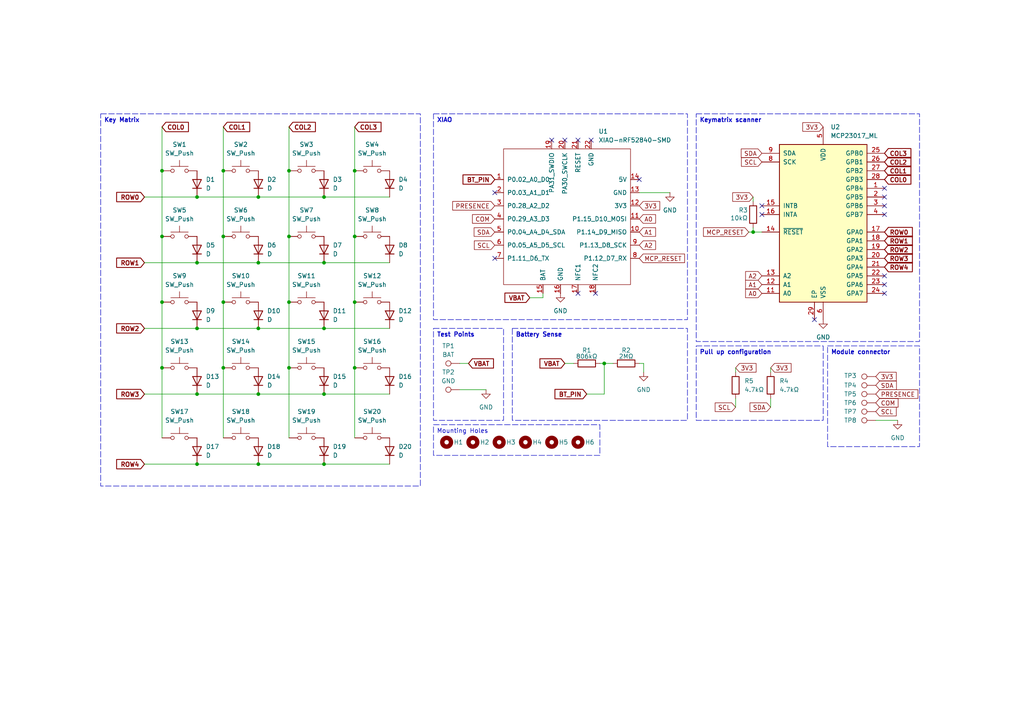
<source format=kicad_sch>
(kicad_sch (version 20250114) (generator "eeschema") (generator_version "9.0")
  (paper "A4")
  (lib_symbols
    (symbol "Connector:TestPoint" (pin_numbers (hide yes)) (pin_names (offset 0.762) (hide yes))
      (property "Reference" "TP" (at 0 6.858 0))
      (property "Value" "TestPoint" (at 0 5.08 0))
      (symbol "TestPoint_0_1"
        (circle (center 0 3.302) (radius 0.762))
      )
      (symbol "TestPoint_1_1"
        (pin passive line (at 0 0 90) (length 2.54) (name "1") (number "1"))
      )
    )
    (symbol "Device:D" (pin_numbers (hide yes)) (pin_names (offset 1.016) (hide yes))
      (property "Reference" "D" (at 0 2.54 0))
      (property "Value" "D" (at 0 -2.54 0))
      (symbol "D_0_1"
        (polyline (pts (xy -1.27 1.27) (xy -1.27 -1.27)) (stroke (width 0.254)))
        (polyline (pts (xy 1.27 1.27) (xy 1.27 -1.27) (xy -1.27 0) (xy 1.27 1.27)) (stroke (width 0.254)))
        (polyline (pts (xy 1.27 0) (xy -1.27 0)))
      )
      (symbol "D_1_1"
        (pin passive line (at -3.81 0 0) (length 2.54) (name "K") (number "1"))
        (pin passive line (at 3.81 0 180) (length 2.54) (name "A") (number "2"))
      )
    )
    (symbol "Device:R" (pin_numbers (hide yes)) (pin_names (offset 0))
      (property "Reference" "R" (at 2.032 0 90))
      (property "Value" "R" (at 0 0 90))
      (symbol "R_0_1"
        (rectangle (start -1.016 -2.54) (end 1.016 2.54) (stroke (width 0.254)))
      )
      (symbol "R_1_1"
        (pin passive line (at 0 3.81 270) (length 1.27) (name "~") (number "1"))
        (pin passive line (at 0 -3.81 90) (length 1.27) (name "~") (number "2"))
      )
    )
    (symbol "Interface_Expansion:MCP23017_ML" (pin_names (offset 1.016))
      (property "Reference" "U" (at -11.43 24.13 0))
      (property "Value" "MCP23017_ML" (at 0 0 0))
      (symbol "MCP23017_ML_0_1"
        (rectangle (start -12.7 22.86) (end 12.7 -22.86) (stroke (width 0.254)) (fill (type background)))
      )
      (symbol "MCP23017_ML_1_1"
        (pin bidirectional line (at -17.78 20.32 0) (length 5.08) (name "SDA") (number "9"))
        (pin input line (at -17.78 17.78 0) (length 5.08) (name "SCK") (number "8"))
        (pin tri_state line (at -17.78 5.08 0) (length 5.08) (name "INTB") (number "15"))
        (pin tri_state line (at -17.78 2.54 0) (length 5.08) (name "INTA") (number "16"))
        (pin input line (at -17.78 -2.54 0) (length 5.08) (name "~{RESET}") (number "14"))
        (pin input line (at -17.78 -15.24 0) (length 5.08) (name "A2") (number "13"))
        (pin input line (at -17.78 -17.78 0) (length 5.08) (name "A1") (number "12"))
        (pin input line (at -17.78 -20.32 0) (length 5.08) (name "A0") (number "11"))
        (pin no_connect line (at -12.7 15.24 0) (length 5.08) (hide yes) (name "NC") (number "7"))
        (pin no_connect line (at -12.7 12.7 0) (length 5.08) (hide yes) (name "NC") (number "10"))
        (pin passive line (at -2.54 -27.94 90) (length 5.08) (name "EP") (number "29"))
        (pin power_in line (at 0 27.94 270) (length 5.08) (name "VDD") (number "5"))
        (pin power_in line (at 0 -27.94 90) (length 5.08) (name "VSS") (number "6"))
        (pin bidirectional line (at 17.78 20.32 180) (length 5.08) (name "GPB0") (number "25"))
        (pin bidirectional line (at 17.78 17.78 180) (length 5.08) (name "GPB1") (number "26"))
        (pin bidirectional line (at 17.78 15.24 180) (length 5.08) (name "GPB2") (number "27"))
        (pin bidirectional line (at 17.78 12.7 180) (length 5.08) (name "GPB3") (number "28"))
        (pin bidirectional line (at 17.78 10.16 180) (length 5.08) (name "GPB4") (number "1"))
        (pin bidirectional line (at 17.78 7.62 180) (length 5.08) (name "GPB5") (number "2"))
        (pin bidirectional line (at 17.78 5.08 180) (length 5.08) (name "GPB6") (number "3"))
        (pin output line (at 17.78 2.54 180) (length 5.08) (name "GPB7") (number "4"))
        (pin bidirectional line (at 17.78 -2.54 180) (length 5.08) (name "GPA0") (number "17"))
        (pin bidirectional line (at 17.78 -5.08 180) (length 5.08) (name "GPA1") (number "18"))
        (pin bidirectional line (at 17.78 -7.62 180) (length 5.08) (name "GPA2") (number "19"))
        (pin bidirectional line (at 17.78 -10.16 180) (length 5.08) (name "GPA3") (number "20"))
        (pin bidirectional line (at 17.78 -12.7 180) (length 5.08) (name "GPA4") (number "21"))
        (pin bidirectional line (at 17.78 -15.24 180) (length 5.08) (name "GPA5") (number "22"))
        (pin bidirectional line (at 17.78 -17.78 180) (length 5.08) (name "GPA6") (number "23"))
        (pin output line (at 17.78 -20.32 180) (length 5.08) (name "GPA7") (number "24"))
      )
    )
    (symbol "Mechanical:MountingHole" (pin_names (offset 1.016)) (in_bom no)
      (property "Reference" "H" (at 0 5.08 0))
      (property "Value" "MountingHole" (at 0 3.175 0))
      (symbol "MountingHole_0_1"
        (circle (center 0 0) (radius 1.27) (stroke (width 1.27)))
      )
    )
    (symbol "Seeed_Studio_XIAO_Series:XIAO-nRF52840-SMD" (pin_names (offset 1.016))
      (property "Reference" "U" (at -18.542 23.114 0))
      (property "Value" "XIAO-nRF52840-SMD" (at -8.636 21.336 0))
      (symbol "XIAO-nRF52840-SMD_0_1"
        (rectangle (start -19.05 20.32) (end 17.78 -19.05))
      )
      (symbol "XIAO-nRF52840-SMD_1_1"
        (pin passive line (at -21.59 11.43 0) (length 2.54) (name "P0.02_A0_D0") (number "1"))
        (pin passive line (at -21.59 7.62 0) (length 2.54) (name "P0.03_A1_D1") (number "2"))
        (pin passive line (at -21.59 3.81 0) (length 2.54) (name "P0.28_A2_D2") (number "3"))
        (pin passive line (at -21.59 0 0) (length 2.54) (name "P0.29_A3_D3") (number "4"))
        (pin passive line (at -21.59 -3.81 0) (length 2.54) (name "P0.04_A4_D4_SDA") (number "5"))
        (pin passive line (at -21.59 -7.62 0) (length 2.54) (name "P0.05_A5_D5_SCL") (number "6"))
        (pin passive line (at -21.59 -11.43 0) (length 2.54) (name "P1.11_D6_TX") (number "7"))
        (pin passive line (at -7.62 -21.59 90) (length 2.54) (name "BAT") (number "15"))
        (pin passive line (at -5.08 22.86 270) (length 2.54) (name "PA31_SWDIO") (number "19"))
        (pin passive line (at -2.54 -21.59 90) (length 2.54) (name "GND") (number "16"))
        (pin passive line (at -1.27 22.86 270) (length 2.54) (name "PA30_SWCLK") (number "20"))
        (pin passive line (at 2.54 22.86 270) (length 2.54) (name "RESET") (number "21"))
        (pin passive line (at 2.54 -21.59 90) (length 2.54) (name "NFC1") (number "17"))
        (pin passive line (at 6.35 22.86 270) (length 2.54) (name "GND") (number "22"))
        (pin passive line (at 7.62 -21.59 90) (length 2.54) (name "NFC2") (number "18"))
        (pin passive line (at 20.32 11.43 180) (length 2.54) (name "5V") (number "14"))
        (pin passive line (at 20.32 7.62 180) (length 2.54) (name "GND") (number "13"))
        (pin passive line (at 20.32 3.81 180) (length 2.54) (name "3V3") (number "12"))
        (pin passive line (at 20.32 0 180) (length 2.54) (name "P1.15_D10_MOSI") (number "11"))
        (pin passive line (at 20.32 -3.81 180) (length 2.54) (name "P1.14_D9_MISO") (number "10"))
        (pin passive line (at 20.32 -7.62 180) (length 2.54) (name "P1.13_D8_SCK") (number "9"))
        (pin passive line (at 20.32 -11.43 180) (length 2.54) (name "P1.12_D7_RX") (number "8"))
      )
    )
    (symbol "Switch:SW_Push" (pin_numbers (hide yes)) (pin_names (offset 1.016) (hide yes))
      (property "Reference" "SW" (at 1.27 2.54 0))
      (property "Value" "SW_Push" (at 0 -1.524 0))
      (symbol "SW_Push_0_1"
        (circle (center -2.032 0) (radius 0.508))
        (polyline (pts (xy 0 1.27) (xy 0 3.048)))
        (circle (center 2.032 0) (radius 0.508))
        (polyline (pts (xy 2.54 1.27) (xy -2.54 1.27)))
        (pin passive line (at -5.08 0 0) (length 2.54) (name "1") (number "1"))
        (pin passive line (at 5.08 0 180) (length 2.54) (name "2") (number "2"))
      )
    )
    (symbol "power:GND" (power) (pin_numbers (hide yes)) (pin_names (offset 0) (hide yes))
      (property "Value" "GND" (at 0 -3.81 0))
      (symbol "GND_0_1"
        (polyline (pts (xy 0 0) (xy 0 -1.27) (xy 1.27 -1.27) (xy 0 -2.54) (xy -1.27 -1.27) (xy 0 -1.27)))
      )
      (symbol "GND_1_1"
        (pin power_in line (at 0 0 270) (length 0) (name "~") (number "1"))
      )
    )
  )
  (text_box "XIAO" (at 125.73 33.02 0) (size 73.66 59.69) (margins 0.9525 0.9525 0.9525 0.9525) (stroke (width 0) (type dash)) (effects (font (size 1.27 1.27) (thickness 0.254) (bold yes)) (justify left top)))
  (text_box "Mounting Holes" (at 125.73 123.19 0) (size 48.26 8.89) (margins 0.9525 0.9525 0.9525 0.9525) (stroke (width 0) (type dash)) (effects (font (size 1.27 1.27)) (justify left top)))
  (text_box "Pull up configuration\n" (at 201.93 100.33 0) (size 36.83 21.59) (margins 0.9525 0.9525 0.9525 0.9525) (stroke (width 0) (type dash)) (effects (font (size 1.27 1.27) (thickness 0.254) (bold yes)) (justify left top)))
  (text_box "Test Points" (at 125.73 95.25 0) (size 20.32 26.67) (margins 0.9525 0.9525 0.9525 0.9525) (stroke (width 0) (type dash)) (effects (font (size 1.27 1.27) (thickness 0.254) (bold yes)) (justify left top)))
  (text_box "Battery Sense\n" (at 148.59 95.25 0) (size 50.8 26.67) (margins 0.9525 0.9525 0.9525 0.9525) (stroke (width 0) (type dash)) (effects (font (size 1.27 1.27) (thickness 0.254) (bold yes)) (justify left top)))
  (text_box "Keymatrix scanner" (at 201.93 33.02 0) (size 64.77 66.04) (margins 0.9525 0.9525 0.9525 0.9525) (stroke (width 0) (type dash)) (effects (font (size 1.27 1.27) (thickness 0.254) (bold yes)) (justify left top)))
  (text_box "Key Matrix" (at 29.21 33.02 0) (size 92.71 107.95) (margins 0.9525 0.9525 0.9525 0.9525) (stroke (width 0) (type dash)) (effects (font (size 1.27 1.27) (thickness 0.254) (bold yes)) (justify left top)))
  (text_box "Module connector" (at 240.03 100.33 0) (size 26.67 29.21) (margins 0.9525 0.9525 0.9525 0.9525) (stroke (width 0) (type dash)) (effects (font (size 1.27 1.27) (thickness 0.254) (bold yes)) (justify left top)))
  (junction (at 74.93 95.25))
  (junction (at 83.82 87.63))
  (junction (at 64.77 106.68))
  (junction (at 57.15 76.2))
  (junction (at 93.98 95.25))
  (junction (at 102.87 49.53))
  (junction (at 74.93 76.2))
  (junction (at 83.82 49.53))
  (junction (at 57.15 95.25))
  (junction (at 64.77 49.53))
  (junction (at 175.26 105.41))
  (junction (at 102.87 87.63))
  (junction (at 74.93 57.15))
  (junction (at 46.99 106.68))
  (junction (at 64.77 68.58))
  (junction (at 46.99 68.58))
  (junction (at 93.98 114.3))
  (junction (at 218.44 67.31))
  (junction (at 46.99 49.53))
  (junction (at 93.98 57.15))
  (junction (at 46.99 87.63))
  (junction (at 57.15 57.15))
  (junction (at 64.77 87.63))
  (junction (at 93.98 134.62))
  (junction (at 83.82 106.68))
  (junction (at 57.15 134.62))
  (junction (at 74.93 114.3))
  (junction (at 74.93 134.62))
  (junction (at 57.15 114.3))
  (junction (at 102.87 68.58))
  (junction (at 93.98 76.2))
  (junction (at 83.82 68.58))
  (junction (at 102.87 106.68))
  (no_connect (at 220.98 59.69))
  (no_connect (at 160.02 40.64))
  (no_connect (at 256.54 85.09))
  (no_connect (at 167.64 85.09))
  (no_connect (at 236.22 92.71))
  (no_connect (at 171.45 40.64))
  (no_connect (at 220.98 62.23))
  (no_connect (at 256.54 54.61))
  (no_connect (at 185.42 52.07))
  (no_connect (at 167.64 40.64))
  (no_connect (at 172.72 85.09))
  (no_connect (at 256.54 62.23))
  (no_connect (at 143.51 74.93))
  (no_connect (at 143.51 55.88))
  (no_connect (at 256.54 82.55))
  (no_connect (at 163.83 40.64))
  (no_connect (at 256.54 57.15))
  (no_connect (at 256.54 80.01))
  (no_connect (at 256.54 59.69))
  (wire (pts (xy 57.15 76.2) (xy 74.93 76.2)))
  (wire (pts (xy 218.44 58.42) (xy 218.44 57.15)))
  (wire (pts (xy 41.91 134.62) (xy 57.15 134.62)))
  (wire (pts (xy 83.82 106.68) (xy 83.82 127)))
  (wire (pts (xy 166.37 105.41) (xy 163.83 105.41)))
  (wire (pts (xy 175.26 114.3) (xy 175.26 105.41)))
  (wire (pts (xy 74.93 134.62) (xy 93.98 134.62)))
  (wire (pts (xy 173.99 105.41) (xy 175.26 105.41)))
  (wire (pts (xy 175.26 105.41) (xy 177.8 105.41)))
  (wire (pts (xy 217.17 67.31) (xy 218.44 67.31)))
  (wire (pts (xy 46.99 68.58) (xy 46.99 87.63)))
  (wire (pts (xy 83.82 68.58) (xy 83.82 87.63)))
  (wire (pts (xy 194.31 55.88) (xy 185.42 55.88)))
  (wire (pts (xy 223.52 106.68) (xy 223.52 107.95)))
  (wire (pts (xy 186.69 107.95) (xy 186.69 105.41)))
  (wire (pts (xy 74.93 95.25) (xy 93.98 95.25)))
  (wire (pts (xy 213.36 106.68) (xy 213.36 107.95)))
  (wire (pts (xy 57.15 134.62) (xy 74.93 134.62)))
  (wire (pts (xy 57.15 57.15) (xy 74.93 57.15)))
  (wire (pts (xy 74.93 114.3) (xy 93.98 114.3)))
  (wire (pts (xy 102.87 106.68) (xy 102.87 127)))
  (wire (pts (xy 64.77 87.63) (xy 64.77 106.68)))
  (wire (pts (xy 64.77 106.68) (xy 64.77 127)))
  (wire (pts (xy 218.44 66.04) (xy 218.44 67.31)))
  (wire (pts (xy 41.91 57.15) (xy 57.15 57.15)))
  (wire (pts (xy 83.82 36.83) (xy 83.82 49.53)))
  (wire (pts (xy 57.15 114.3) (xy 74.93 114.3)))
  (wire (pts (xy 46.99 36.83) (xy 46.99 49.53)))
  (wire (pts (xy 153.67 86.36) (xy 157.48 86.36)))
  (wire (pts (xy 41.91 114.3) (xy 57.15 114.3)))
  (wire (pts (xy 157.48 86.36) (xy 157.48 85.09)))
  (wire (pts (xy 83.82 87.63) (xy 83.82 106.68)))
  (wire (pts (xy 74.93 57.15) (xy 93.98 57.15)))
  (wire (pts (xy 102.87 49.53) (xy 102.87 68.58)))
  (wire (pts (xy 260.35 121.92) (xy 254 121.92)))
  (wire (pts (xy 140.97 113.03) (xy 133.35 113.03)))
  (wire (pts (xy 74.93 76.2) (xy 93.98 76.2)))
  (wire (pts (xy 57.15 95.25) (xy 74.93 95.25)))
  (wire (pts (xy 102.87 36.83) (xy 102.87 49.53)))
  (wire (pts (xy 46.99 49.53) (xy 46.99 68.58)))
  (wire (pts (xy 213.36 115.57) (xy 213.36 118.11)))
  (wire (pts (xy 64.77 49.53) (xy 64.77 68.58)))
  (wire (pts (xy 102.87 87.63) (xy 102.87 106.68)))
  (wire (pts (xy 83.82 49.53) (xy 83.82 68.58)))
  (wire (pts (xy 133.35 105.41) (xy 135.89 105.41)))
  (wire (pts (xy 93.98 134.62) (xy 113.03 134.62)))
  (wire (pts (xy 102.87 68.58) (xy 102.87 87.63)))
  (wire (pts (xy 93.98 57.15) (xy 113.03 57.15)))
  (wire (pts (xy 223.52 115.57) (xy 223.52 118.11)))
  (wire (pts (xy 64.77 68.58) (xy 64.77 87.63)))
  (wire (pts (xy 46.99 87.63) (xy 46.99 106.68)))
  (wire (pts (xy 93.98 76.2) (xy 113.03 76.2)))
  (wire (pts (xy 170.18 114.3) (xy 175.26 114.3)))
  (wire (pts (xy 186.69 105.41) (xy 185.42 105.41)))
  (wire (pts (xy 218.44 67.31) (xy 220.98 67.31)))
  (wire (pts (xy 46.99 106.68) (xy 46.99 127)))
  (wire (pts (xy 93.98 114.3) (xy 113.03 114.3)))
  (wire (pts (xy 41.91 76.2) (xy 57.15 76.2)))
  (wire (pts (xy 41.91 95.25) (xy 57.15 95.25)))
  (wire (pts (xy 93.98 95.25) (xy 113.03 95.25)))
  (wire (pts (xy 64.77 36.83) (xy 64.77 49.53)))
  (global_label "3V3" (shape input) (at 238.76 36.83 180) (property "Intersheetrefs" "${INTERSHEET_REFS}" (effects (hide yes))))
  (global_label "A1" (shape input) (at 185.42 67.31 0) (property "Intersheetrefs" "${INTERSHEET_REFS}" (effects (hide yes))))
  (global_label "BT_PIN" (shape input) (at 170.18 114.3 180) (effects (font (thickness 0.254) (bold yes))) (property "Intersheetrefs" "${INTERSHEET_REFS}" (effects (hide yes))))
  (global_label "COM" (shape input) (at 254 116.84 0) (effects (font (thickness 0.1588))) (property "Intersheetrefs" "${INTERSHEET_REFS}" (effects (hide yes))))
  (global_label "3V3" (shape input) (at 213.36 106.68 0) (property "Intersheetrefs" "${INTERSHEET_REFS}" (effects (hide yes))))
  (global_label "A2" (shape input) (at 220.98 80.01 180) (property "Intersheetrefs" "${INTERSHEET_REFS}" (effects (hide yes))))
  (global_label "SCL" (shape input) (at 220.98 46.99 180) (property "Intersheetrefs" "${INTERSHEET_REFS}" (effects (hide yes))))
  (global_label "COM" (shape input) (at 143.51 63.5 180) (effects (font (thickness 0.1588))) (property "Intersheetrefs" "${INTERSHEET_REFS}" (effects (hide yes))))
  (global_label "ROW1" (shape input) (at 256.54 69.85 0) (effects (font (thickness 0.254) (bold yes))) (property "Intersheetrefs" "${INTERSHEET_REFS}" (effects (hide yes))))
  (global_label "COL1" (shape input) (at 64.77 36.83 0) (effects (font (thickness 0.254) (bold yes))) (property "Intersheetrefs" "${INTERSHEET_REFS}" (effects (hide yes))))
  (global_label "SDA" (shape input) (at 223.52 118.11 180) (property "Intersheetrefs" "${INTERSHEET_REFS}" (effects (hide yes))))
  (global_label "A0" (shape input) (at 220.98 85.09 180) (property "Intersheetrefs" "${INTERSHEET_REFS}" (effects (hide yes))))
  (global_label "3V3" (shape input) (at 218.44 57.15 180) (property "Intersheetrefs" "${INTERSHEET_REFS}" (effects (hide yes))))
  (global_label "COL3" (shape input) (at 102.87 36.83 0) (effects (font (thickness 0.254) (bold yes))) (property "Intersheetrefs" "${INTERSHEET_REFS}" (effects (hide yes))))
  (global_label "PRESENCE" (shape input) (at 254 114.3 0) (effects (font (thickness 0.1588))) (property "Intersheetrefs" "${INTERSHEET_REFS}" (effects (hide yes))))
  (global_label "SCL" (shape input) (at 143.51 71.12 180) (property "Intersheetrefs" "${INTERSHEET_REFS}" (effects (hide yes))))
  (global_label "MCP_RESET" (shape input) (at 217.17 67.31 180) (effects (font (thickness 0.1588))) (property "Intersheetrefs" "${INTERSHEET_REFS}" (effects (hide yes))))
  (global_label "A0" (shape input) (at 185.42 63.5 0) (property "Intersheetrefs" "${INTERSHEET_REFS}" (effects (hide yes))))
  (global_label "ROW3" (shape input) (at 41.91 114.3 180) (effects (font (thickness 0.254) (bold yes))) (property "Intersheetrefs" "${INTERSHEET_REFS}" (effects (hide yes))))
  (global_label "COL2" (shape input) (at 83.82 36.83 0) (effects (font (thickness 0.254) (bold yes))) (property "Intersheetrefs" "${INTERSHEET_REFS}" (effects (hide yes))))
  (global_label "COL0" (shape input) (at 46.99 36.83 0) (effects (font (thickness 0.254) (bold yes))) (property "Intersheetrefs" "${INTERSHEET_REFS}" (effects (hide yes))))
  (global_label "VBAT" (shape input) (at 153.67 86.36 180) (effects (font (thickness 0.254) (bold yes))) (property "Intersheetrefs" "${INTERSHEET_REFS}" (effects (hide yes))))
  (global_label "BT_PIN" (shape input) (at 143.51 52.07 180) (effects (font (thickness 0.254) (bold yes))) (property "Intersheetrefs" "${INTERSHEET_REFS}" (effects (hide yes))))
  (global_label "A2" (shape input) (at 185.42 71.12 0) (property "Intersheetrefs" "${INTERSHEET_REFS}" (effects (hide yes))))
  (global_label "VBAT" (shape input) (at 135.89 105.41 0) (effects (font (thickness 0.254) (bold yes))) (property "Intersheetrefs" "${INTERSHEET_REFS}" (effects (hide yes))))
  (global_label "3V3" (shape input) (at 254 109.22 0) (property "Intersheetrefs" "${INTERSHEET_REFS}" (effects (hide yes))))
  (global_label "ROW2" (shape input) (at 41.91 95.25 180) (effects (font (thickness 0.254) (bold yes))) (property "Intersheetrefs" "${INTERSHEET_REFS}" (effects (hide yes))))
  (global_label "VBAT" (shape input) (at 163.83 105.41 180) (effects (font (thickness 0.254) (bold yes))) (property "Intersheetrefs" "${INTERSHEET_REFS}" (effects (hide yes))))
  (global_label "COL3" (shape input) (at 256.54 44.45 0) (effects (font (thickness 0.254) (bold yes))) (property "Intersheetrefs" "${INTERSHEET_REFS}" (effects (hide yes))))
  (global_label "ROW4" (shape input) (at 41.91 134.62 180) (effects (font (thickness 0.254) (bold yes))) (property "Intersheetrefs" "${INTERSHEET_REFS}" (effects (hide yes))))
  (global_label "COL2" (shape input) (at 256.54 46.99 0) (effects (font (thickness 0.254) (bold yes))) (property "Intersheetrefs" "${INTERSHEET_REFS}" (effects (hide yes))))
  (global_label "ROW1" (shape input) (at 41.91 76.2 180) (effects (font (thickness 0.254) (bold yes))) (property "Intersheetrefs" "${INTERSHEET_REFS}" (effects (hide yes))))
  (global_label "ROW2" (shape input) (at 256.54 72.39 0) (effects (font (thickness 0.254) (bold yes))) (property "Intersheetrefs" "${INTERSHEET_REFS}" (effects (hide yes))))
  (global_label "ROW3" (shape input) (at 256.54 74.93 0) (effects (font (thickness 0.254) (bold yes))) (property "Intersheetrefs" "${INTERSHEET_REFS}" (effects (hide yes))))
  (global_label "ROW0" (shape input) (at 256.54 67.31 0) (effects (font (thickness 0.254) (bold yes))) (property "Intersheetrefs" "${INTERSHEET_REFS}" (effects (hide yes))))
  (global_label "MCP_RESET" (shape input) (at 185.42 74.93 0) (effects (font (thickness 0.1588))) (property "Intersheetrefs" "${INTERSHEET_REFS}" (effects (hide yes))))
  (global_label "A1" (shape input) (at 220.98 82.55 180) (property "Intersheetrefs" "${INTERSHEET_REFS}" (effects (hide yes))))
  (global_label "ROW0" (shape input) (at 41.91 57.15 180) (effects (font (thickness 0.254) (bold yes))) (property "Intersheetrefs" "${INTERSHEET_REFS}" (effects (hide yes))))
  (global_label "COL1" (shape input) (at 256.54 49.53 0) (effects (font (thickness 0.254) (bold yes))) (property "Intersheetrefs" "${INTERSHEET_REFS}" (effects (hide yes))))
  (global_label "SCL" (shape input) (at 254 119.38 0) (property "Intersheetrefs" "${INTERSHEET_REFS}" (effects (hide yes))))
  (global_label "ROW4" (shape input) (at 256.54 77.47 0) (effects (font (thickness 0.254) (bold yes))) (property "Intersheetrefs" "${INTERSHEET_REFS}" (effects (hide yes))))
  (global_label "PRESENCE" (shape input) (at 143.51 59.69 180) (effects (font (thickness 0.1588))) (property "Intersheetrefs" "${INTERSHEET_REFS}" (effects (hide yes))))
  (global_label "SDA" (shape input) (at 143.51 67.31 180) (property "Intersheetrefs" "${INTERSHEET_REFS}" (effects (hide yes))))
  (global_label "SDA" (shape input) (at 220.98 44.45 180) (property "Intersheetrefs" "${INTERSHEET_REFS}" (effects (hide yes))))
  (global_label "3V3" (shape input) (at 185.42 59.69 0) (property "Intersheetrefs" "${INTERSHEET_REFS}" (effects (hide yes))))
  (global_label "SDA" (shape input) (at 254 111.76 0) (property "Intersheetrefs" "${INTERSHEET_REFS}" (effects (hide yes))))
  (global_label "SCL" (shape input) (at 213.36 118.11 180) (property "Intersheetrefs" "${INTERSHEET_REFS}" (effects (hide yes))))
  (global_label "COL0" (shape input) (at 256.54 52.07 0) (effects (font (thickness 0.254) (bold yes))) (property "Intersheetrefs" "${INTERSHEET_REFS}" (effects (hide yes))))
  (global_label "3V3" (shape input) (at 223.52 106.68 0) (property "Intersheetrefs" "${INTERSHEET_REFS}" (effects (hide yes))))
  (symbol (lib_id "Switch:SW_Push") (at 69.85 127 0) (unit 1)
    (property "Reference" "SW18" (at 69.85 119.38 0))
    (property "Value" "SW_Push" (at 69.85 121.92 0))
    (property "Footprint" "PCM_marbastlib-xp-choc:SW_choc_v2_HS_CPG135001S30_1u" (effects (hide yes)))
    (property "Description" "Push button switch, generic, two pins" (effects (hide yes)))
  )
  (symbol (lib_id "power:GND") (at 238.76 92.71 0) (unit 1)
    (property "Reference" "#PWR05" (effects (hide yes)))
    (property "Value" "GND" (at 238.76 97.79 0))
    (property "Description" "Power symbol creates a global label with name \"GND\" , ground" (effects (hide yes)))
  )
  (symbol (lib_id "Device:D") (at 57.15 72.39 90) (unit 1)
    (property "Reference" "D5" (at 59.69 71.1199 90) (effects (justify right)))
    (property "Value" "D" (at 59.69 73.6599 90) (effects (justify right)))
    (property "Footprint" "Diode_SMD:D_SOD-123" (effects (hide yes)))
    (property "Description" "Diode" (effects (hide yes)))
    (property "Sim.Device" "D" (effects (hide yes)))
    (property "Sim.Pins" "1=K 2=A" (effects (hide yes)))
  )
  (symbol (lib_id "Device:D") (at 57.15 110.49 90) (unit 1)
    (property "Reference" "D13" (at 59.69 109.2199 90) (effects (justify right)))
    (property "Value" "D" (at 59.69 111.7599 90) (effects (justify right)))
    (property "Footprint" "Diode_SMD:D_SOD-123" (effects (hide yes)))
    (property "Description" "Diode" (effects (hide yes)))
    (property "Sim.Device" "D" (effects (hide yes)))
    (property "Sim.Pins" "1=K 2=A" (effects (hide yes)))
  )
  (symbol (lib_id "Device:R") (at 223.52 111.76 0) (unit 1)
    (property "Reference" "R4" (at 226.06 110.4899 0) (effects (justify left)))
    (property "Value" "4.7kΩ" (at 226.06 113.0299 0) (effects (justify left)))
    (property "Footprint" "Resistor_SMD:R_0805_2012Metric" (effects (hide yes)))
    (property "Description" "Resistor" (effects (hide yes)))
  )
  (symbol (lib_id "Connector:TestPoint") (at 254 109.22 90) (unit 1)
    (property "Reference" "TP3" (at 246.634 108.966 90))
    (property "Value" "TestPoint" (effects (hide yes)))
    (property "Footprint" "TestPoint:TestPoint_Pad_D2.0mm" (effects (hide yes)))
    (property "Description" "test point" (effects (hide yes)))
  )
  (symbol (lib_id "Switch:SW_Push") (at 107.95 68.58 0) (unit 1)
    (property "Reference" "SW8" (at 107.95 60.96 0))
    (property "Value" "SW_Push" (at 107.95 63.5 0))
    (property "Footprint" "PCM_marbastlib-xp-choc:SW_choc_v2_HS_CPG135001S30_1u" (effects (hide yes)))
    (property "Description" "Push button switch, generic, two pins" (effects (hide yes)))
  )
  (symbol (lib_id "Device:D") (at 93.98 110.49 90) (unit 1)
    (property "Reference" "D15" (at 96.52 109.2199 90) (effects (justify right)))
    (property "Value" "D" (at 96.52 111.7599 90) (effects (justify right)))
    (property "Footprint" "Diode_SMD:D_SOD-123" (effects (hide yes)))
    (property "Description" "Diode" (effects (hide yes)))
    (property "Sim.Device" "D" (effects (hide yes)))
    (property "Sim.Pins" "1=K 2=A" (effects (hide yes)))
  )
  (symbol (lib_id "Connector:TestPoint") (at 254 114.3 90) (unit 1)
    (property "Reference" "TP5" (at 246.634 114.3 90))
    (property "Value" "TestPoint" (effects (hide yes)))
    (property "Footprint" "TestPoint:TestPoint_Pad_D2.0mm" (effects (hide yes)))
    (property "Description" "test point" (effects (hide yes)))
  )
  (symbol (lib_id "Switch:SW_Push") (at 52.07 106.68 0) (unit 1)
    (property "Reference" "SW13" (at 52.07 99.06 0))
    (property "Value" "SW_Push" (at 52.07 101.6 0))
    (property "Footprint" "PCM_marbastlib-xp-choc:SW_choc_v2_HS_CPG135001S30_1u" (effects (hide yes)))
    (property "Description" "Push button switch, generic, two pins" (effects (hide yes)))
  )
  (symbol (lib_id "Device:D") (at 93.98 130.81 90) (unit 1)
    (property "Reference" "D19" (at 96.52 129.5399 90) (effects (justify right)))
    (property "Value" "D" (at 96.52 132.0799 90) (effects (justify right)))
    (property "Footprint" "Diode_SMD:D_SOD-123" (effects (hide yes)))
    (property "Description" "Diode" (effects (hide yes)))
    (property "Sim.Device" "D" (effects (hide yes)))
    (property "Sim.Pins" "1=K 2=A" (effects (hide yes)))
  )
  (symbol (lib_id "power:GND") (at 260.35 121.92 0) (unit 1)
    (property "Reference" "#PWR06" (effects (hide yes)))
    (property "Value" "GND" (at 260.35 127 0))
    (property "Description" "Power symbol creates a global label with name \"GND\" , ground" (effects (hide yes)))
  )
  (symbol (lib_id "power:GND") (at 162.56 85.09 0) (unit 1)
    (property "Reference" "#PWR02" (effects (hide yes)))
    (property "Value" "GND" (at 162.56 90.17 0))
    (property "Description" "Power symbol creates a global label with name \"GND\" , ground" (effects (hide yes)))
  )
  (symbol (lib_id "Switch:SW_Push") (at 69.85 49.53 0) (unit 1)
    (property "Reference" "SW2" (at 69.85 41.91 0))
    (property "Value" "SW_Push" (at 69.85 44.45 0))
    (property "Footprint" "PCM_marbastlib-xp-choc:SW_choc_v2_HS_CPG135001S30_1u" (effects (hide yes)))
    (property "Description" "Push button switch, generic, two pins" (effects (hide yes)))
  )
  (symbol (lib_id "Device:R") (at 213.36 111.76 0) (unit 1)
    (property "Reference" "R5" (at 215.9 110.4899 0) (effects (justify left)))
    (property "Value" "4.7kΩ" (at 215.9 113.0299 0) (effects (justify left)))
    (property "Footprint" "Resistor_SMD:R_0805_2012Metric" (effects (hide yes)))
    (property "Description" "Resistor" (effects (hide yes)))
  )
  (symbol (lib_id "Mechanical:MountingHole") (at 129.54 128.27 0) (unit 1) (in_bom no)
    (property "Reference" "H1" (at 131.572 128.27 0) (effects (justify left)))
    (property "Value" "MountingHole" (effects (hide yes)))
    (property "Footprint" "MountingHole:MountingHole_2.2mm_M2" (effects (hide yes)))
    (property "Description" "Mounting Hole without connection" (effects (hide yes)))
  )
  (symbol (lib_id "Switch:SW_Push") (at 69.85 106.68 0) (unit 1)
    (property "Reference" "SW14" (at 69.85 99.06 0))
    (property "Value" "SW_Push" (at 69.85 101.6 0))
    (property "Footprint" "PCM_marbastlib-xp-choc:SW_choc_v2_HS_CPG135001S30_1u" (effects (hide yes)))
    (property "Description" "Push button switch, generic, two pins" (effects (hide yes)))
  )
  (symbol (lib_id "Switch:SW_Push") (at 69.85 68.58 0) (unit 1)
    (property "Reference" "SW6" (at 69.85 60.96 0))
    (property "Value" "SW_Push" (at 69.85 63.5 0))
    (property "Footprint" "PCM_marbastlib-xp-choc:SW_choc_v2_HS_CPG135001S30_1u" (effects (hide yes)))
    (property "Description" "Push button switch, generic, two pins" (effects (hide yes)))
  )
  (symbol (lib_id "Switch:SW_Push") (at 52.07 68.58 0) (unit 1)
    (property "Reference" "SW5" (at 52.07 60.96 0))
    (property "Value" "SW_Push" (at 52.07 63.5 0))
    (property "Footprint" "PCM_marbastlib-xp-choc:SW_choc_v2_HS_CPG135001S30_1u" (effects (hide yes)))
    (property "Description" "Push button switch, generic, two pins" (effects (hide yes)))
  )
  (symbol (lib_id "Mechanical:MountingHole") (at 167.64 128.27 0) (unit 1) (in_bom no)
    (property "Reference" "H6" (at 169.672 128.27 0) (effects (justify left)))
    (property "Value" "MountingHole" (effects (hide yes)))
    (property "Footprint" "MountingHole:MountingHole_2.2mm_M2" (effects (hide yes)))
    (property "Description" "Mounting Hole without connection" (effects (hide yes)))
  )
  (symbol (lib_id "Device:R") (at 181.61 105.41 270) (unit 1)
    (property "Reference" "R2" (at 181.61 101.6 90))
    (property "Value" "2MΩ" (at 181.61 103.378 90))
    (property "Footprint" "Resistor_SMD:R_0805_2012Metric" (effects (hide yes)))
    (property "Description" "Resistor" (effects (hide yes)))
  )
  (symbol (lib_id "Interface_Expansion:MCP23017_ML") (at 238.76 64.77 0) (unit 1)
    (property "Reference" "U2" (at 240.9033 36.83 0) (effects (justify left)))
    (property "Value" "MCP23017_ML" (at 240.9033 39.37 0) (effects (justify left)))
    (property "Footprint" "Package_DFN_QFN:QFN-28-1EP_6x6mm_P0.65mm_EP4.25x4.25mm" (effects (hide yes)))
    (property "Datasheet" "https://ww1.microchip.com/downloads/aemDocuments/documents/APID/ProductDocuments/DataSheets/MCP23017-Data-Sheet-DS20001952.pdf" (effects (hide yes)))
    (property "Description" "16-bit I/O expander, I2C, interrupts, w pull-ups, GPA/B7 output only (https://microchip.my.site.com/s/article/GPA7---GPB7-Cannot-Be-Used-as-Inputs-In-MCP23017), QFN-28" (effects (hide yes)))
  )
  (symbol (lib_id "Switch:SW_Push") (at 69.85 87.63 0) (unit 1)
    (property "Reference" "SW10" (at 69.85 80.01 0))
    (property "Value" "SW_Push" (at 69.85 82.55 0))
    (property "Footprint" "PCM_marbastlib-xp-choc:SW_choc_v2_HS_CPG135001S30_1u" (effects (hide yes)))
    (property "Description" "Push button switch, generic, two pins" (effects (hide yes)))
  )
  (symbol (lib_id "Connector:TestPoint") (at 254 116.84 90) (unit 1)
    (property "Reference" "TP6" (at 246.634 116.84 90))
    (property "Value" "TestPoint" (effects (hide yes)))
    (property "Footprint" "TestPoint:TestPoint_Pad_D2.0mm" (effects (hide yes)))
    (property "Description" "test point" (effects (hide yes)))
  )
  (symbol (lib_id "Connector:TestPoint") (at 133.35 105.41 90) (unit 1)
    (property "Reference" "TP1" (at 130.048 100.33 90))
    (property "Value" "BAT" (at 130.048 102.87 90))
    (property "Footprint" "TestPoint:TestPoint_Pad_D2.0mm" (effects (hide yes)))
    (property "Description" "test point" (effects (hide yes)))
  )
  (symbol (lib_id "Device:D") (at 113.03 110.49 90) (unit 1)
    (property "Reference" "D16" (at 115.57 109.2199 90) (effects (justify right)))
    (property "Value" "D" (at 115.57 111.7599 90) (effects (justify right)))
    (property "Footprint" "Diode_SMD:D_SOD-123" (effects (hide yes)))
    (property "Description" "Diode" (effects (hide yes)))
    (property "Sim.Device" "D" (effects (hide yes)))
    (property "Sim.Pins" "1=K 2=A" (effects (hide yes)))
  )
  (symbol (lib_id "Mechanical:MountingHole") (at 152.4 128.27 0) (unit 1) (in_bom no)
    (property "Reference" "H4" (at 154.432 128.27 0) (effects (justify left)))
    (property "Value" "MountingHole" (effects (hide yes)))
    (property "Footprint" "MountingHole:MountingHole_2.2mm_M2" (effects (hide yes)))
    (property "Description" "Mounting Hole without connection" (effects (hide yes)))
  )
  (symbol (lib_id "Device:D") (at 57.15 130.81 90) (unit 1)
    (property "Reference" "D17" (at 59.69 129.5399 90) (effects (justify right)))
    (property "Value" "D" (at 59.69 132.0799 90) (effects (justify right)))
    (property "Footprint" "Diode_SMD:D_SOD-123" (effects (hide yes)))
    (property "Description" "Diode" (effects (hide yes)))
    (property "Sim.Device" "D" (effects (hide yes)))
    (property "Sim.Pins" "1=K 2=A" (effects (hide yes)))
  )
  (symbol (lib_id "Switch:SW_Push") (at 52.07 127 0) (unit 1)
    (property "Reference" "SW17" (at 52.07 119.38 0))
    (property "Value" "SW_Push" (at 52.07 121.92 0))
    (property "Footprint" "PCM_marbastlib-xp-choc:SW_choc_v2_HS_CPG135001S30_1u" (effects (hide yes)))
    (property "Description" "Push button switch, generic, two pins" (effects (hide yes)))
  )
  (symbol (lib_id "Device:D") (at 74.93 72.39 90) (unit 1)
    (property "Reference" "D6" (at 77.47 71.1199 90) (effects (justify right)))
    (property "Value" "D" (at 77.47 73.6599 90) (effects (justify right)))
    (property "Footprint" "Diode_SMD:D_SOD-123" (effects (hide yes)))
    (property "Description" "Diode" (effects (hide yes)))
    (property "Sim.Device" "D" (effects (hide yes)))
    (property "Sim.Pins" "1=K 2=A" (effects (hide yes)))
  )
  (symbol (lib_id "Seeed_Studio_XIAO_Series:XIAO-nRF52840-SMD") (at 165.1 63.5 0) (unit 1)
    (property "Reference" "U1" (at 173.5933 38.1 0) (effects (justify left)))
    (property "Value" "XIAO-nRF52840-SMD" (at 173.5933 40.64 0) (effects (justify left)))
    (property "Footprint" "Seeed Studio XIAO Series Library:modified-XIAO-nRF52840-SMD" (effects (hide yes)))
  )
  (symbol (lib_id "power:GND") (at 140.97 113.03 0) (unit 1)
    (property "Reference" "#PWR03" (effects (hide yes)))
    (property "Value" "GND" (at 140.97 118.11 0))
    (property "Description" "Power symbol creates a global label with name \"GND\" , ground" (effects (hide yes)))
  )
  (symbol (lib_id "power:GND") (at 194.31 55.88 0) (unit 1)
    (property "Reference" "#PWR01" (effects (hide yes)))
    (property "Value" "GND" (at 194.31 60.96 0))
    (property "Description" "Power symbol creates a global label with name \"GND\" , ground" (effects (hide yes)))
  )
  (symbol (lib_id "Device:D") (at 57.15 91.44 90) (unit 1)
    (property "Reference" "D9" (at 59.69 90.1699 90) (effects (justify right)))
    (property "Value" "D" (at 59.69 92.7099 90) (effects (justify right)))
    (property "Footprint" "Diode_SMD:D_SOD-123" (effects (hide yes)))
    (property "Description" "Diode" (effects (hide yes)))
    (property "Sim.Device" "D" (effects (hide yes)))
    (property "Sim.Pins" "1=K 2=A" (effects (hide yes)))
  )
  (symbol (lib_id "power:GND") (at 186.69 107.95 0) (unit 1)
    (property "Reference" "#PWR04" (effects (hide yes)))
    (property "Value" "GND" (at 186.69 113.03 0))
    (property "Description" "Power symbol creates a global label with name \"GND\" , ground" (effects (hide yes)))
  )
  (symbol (lib_id "Device:R") (at 170.18 105.41 270) (unit 1)
    (property "Reference" "R1" (at 170.18 101.6 90))
    (property "Value" "806kΩ" (at 170.18 103.378 90))
    (property "Footprint" "Resistor_SMD:R_0805_2012Metric" (effects (hide yes)))
    (property "Description" "Resistor" (effects (hide yes)))
  )
  (symbol (lib_id "Device:D") (at 74.93 91.44 90) (unit 1)
    (property "Reference" "D10" (at 77.47 90.1699 90) (effects (justify right)))
    (property "Value" "D" (at 77.47 92.7099 90) (effects (justify right)))
    (property "Footprint" "Diode_SMD:D_SOD-123" (effects (hide yes)))
    (property "Description" "Diode" (effects (hide yes)))
    (property "Sim.Device" "D" (effects (hide yes)))
    (property "Sim.Pins" "1=K 2=A" (effects (hide yes)))
  )
  (symbol (lib_id "Switch:SW_Push") (at 107.95 127 0) (unit 1)
    (property "Reference" "SW20" (at 107.95 119.38 0))
    (property "Value" "SW_Push" (at 107.95 121.92 0))
    (property "Footprint" "PCM_marbastlib-xp-choc:SW_choc_v2_HS_CPG135001S30_1u" (effects (hide yes)))
    (property "Description" "Push button switch, generic, two pins" (effects (hide yes)))
  )
  (symbol (lib_id "Device:D") (at 93.98 91.44 90) (unit 1)
    (property "Reference" "D11" (at 96.52 90.1699 90) (effects (justify right)))
    (property "Value" "D" (at 96.52 92.7099 90) (effects (justify right)))
    (property "Footprint" "Diode_SMD:D_SOD-123" (effects (hide yes)))
    (property "Description" "Diode" (effects (hide yes)))
    (property "Sim.Device" "D" (effects (hide yes)))
    (property "Sim.Pins" "1=K 2=A" (effects (hide yes)))
  )
  (symbol (lib_id "Connector:TestPoint") (at 254 111.76 90) (unit 1)
    (property "Reference" "TP4" (at 246.634 111.76 90))
    (property "Value" "TestPoint" (effects (hide yes)))
    (property "Footprint" "TestPoint:TestPoint_Pad_D2.0mm" (effects (hide yes)))
    (property "Description" "test point" (effects (hide yes)))
  )
  (symbol (lib_id "Switch:SW_Push") (at 88.9 68.58 0) (unit 1)
    (property "Reference" "SW7" (at 88.9 60.96 0))
    (property "Value" "SW_Push" (at 88.9 63.5 0))
    (property "Footprint" "PCM_marbastlib-xp-choc:SW_choc_v2_HS_CPG135001S30_1u" (effects (hide yes)))
    (property "Description" "Push button switch, generic, two pins" (effects (hide yes)))
  )
  (symbol (lib_id "Device:R") (at 218.44 62.23 180) (unit 1)
    (property "Reference" "R3" (at 216.916 60.96 0) (effects (justify left)))
    (property "Value" "10kΩ" (at 216.916 63.246 0) (effects (justify left)))
    (property "Footprint" "Resistor_SMD:R_0805_2012Metric" (effects (hide yes)))
    (property "Description" "Resistor" (effects (hide yes)))
  )
  (symbol (lib_id "Connector:TestPoint") (at 133.35 113.03 90) (unit 1)
    (property "Reference" "TP2" (at 130.048 107.95 90))
    (property "Value" "GND" (at 130.048 110.49 90))
    (property "Footprint" "TestPoint:TestPoint_Pad_D2.0mm" (effects (hide yes)))
    (property "Description" "test point" (effects (hide yes)))
  )
  (symbol (lib_id "Device:D") (at 113.03 130.81 90) (unit 1)
    (property "Reference" "D20" (at 115.57 129.5399 90) (effects (justify right)))
    (property "Value" "D" (at 115.57 132.0799 90) (effects (justify right)))
    (property "Footprint" "Diode_SMD:D_SOD-123" (effects (hide yes)))
    (property "Description" "Diode" (effects (hide yes)))
    (property "Sim.Device" "D" (effects (hide yes)))
    (property "Sim.Pins" "1=K 2=A" (effects (hide yes)))
  )
  (symbol (lib_id "Mechanical:MountingHole") (at 144.78 128.27 0) (unit 1) (in_bom no)
    (property "Reference" "H3" (at 146.812 128.27 0) (effects (justify left)))
    (property "Value" "MountingHole" (effects (hide yes)))
    (property "Footprint" "MountingHole:MountingHole_2.2mm_M2" (effects (hide yes)))
    (property "Description" "Mounting Hole without connection" (effects (hide yes)))
  )
  (symbol (lib_id "Device:D") (at 93.98 53.34 90) (unit 1)
    (property "Reference" "D3" (at 96.52 52.0699 90) (effects (justify right)))
    (property "Value" "D" (at 96.52 54.6099 90) (effects (justify right)))
    (property "Footprint" "Diode_SMD:D_SOD-123" (effects (hide yes)))
    (property "Description" "Diode" (effects (hide yes)))
    (property "Sim.Device" "D" (effects (hide yes)))
    (property "Sim.Pins" "1=K 2=A" (effects (hide yes)))
  )
  (symbol (lib_id "Switch:SW_Push") (at 88.9 127 0) (unit 1)
    (property "Reference" "SW19" (at 88.9 119.38 0))
    (property "Value" "SW_Push" (at 88.9 121.92 0))
    (property "Footprint" "PCM_marbastlib-xp-choc:SW_choc_v2_HS_CPG135001S30_1u" (effects (hide yes)))
    (property "Description" "Push button switch, generic, two pins" (effects (hide yes)))
  )
  (symbol (lib_id "Switch:SW_Push") (at 88.9 87.63 0) (unit 1)
    (property "Reference" "SW11" (at 88.9 80.01 0))
    (property "Value" "SW_Push" (at 88.9 82.55 0))
    (property "Footprint" "PCM_marbastlib-xp-choc:SW_choc_v2_HS_CPG135001S30_1u" (effects (hide yes)))
    (property "Description" "Push button switch, generic, two pins" (effects (hide yes)))
  )
  (symbol (lib_id "Switch:SW_Push") (at 88.9 106.68 0) (unit 1)
    (property "Reference" "SW15" (at 88.9 99.06 0))
    (property "Value" "SW_Push" (at 88.9 101.6 0))
    (property "Footprint" "PCM_marbastlib-xp-choc:SW_choc_v2_HS_CPG135001S30_1u" (effects (hide yes)))
    (property "Description" "Push button switch, generic, two pins" (effects (hide yes)))
  )
  (symbol (lib_id "Connector:TestPoint") (at 254 121.92 90) (unit 1)
    (property "Reference" "TP8" (at 246.634 121.92 90))
    (property "Value" "TestPoint" (effects (hide yes)))
    (property "Footprint" "TestPoint:TestPoint_Pad_D2.0mm" (effects (hide yes)))
    (property "Description" "test point" (effects (hide yes)))
  )
  (symbol (lib_id "Device:D") (at 93.98 72.39 90) (unit 1)
    (property "Reference" "D7" (at 96.52 71.1199 90) (effects (justify right)))
    (property "Value" "D" (at 96.52 73.6599 90) (effects (justify right)))
    (property "Footprint" "Diode_SMD:D_SOD-123" (effects (hide yes)))
    (property "Description" "Diode" (effects (hide yes)))
    (property "Sim.Device" "D" (effects (hide yes)))
    (property "Sim.Pins" "1=K 2=A" (effects (hide yes)))
  )
  (symbol (lib_id "Device:D") (at 57.15 53.34 90) (unit 1)
    (property "Reference" "D1" (at 59.69 52.0699 90) (effects (justify right)))
    (property "Value" "D" (at 59.69 54.6099 90) (effects (justify right)))
    (property "Footprint" "Diode_SMD:D_SOD-123" (effects (hide yes)))
    (property "Description" "Diode" (effects (hide yes)))
    (property "Sim.Device" "D" (effects (hide yes)))
    (property "Sim.Pins" "1=K 2=A" (effects (hide yes)))
  )
  (symbol (lib_id "Switch:SW_Push") (at 88.9 49.53 0) (unit 1)
    (property "Reference" "SW3" (at 88.9 41.91 0))
    (property "Value" "SW_Push" (at 88.9 44.45 0))
    (property "Footprint" "PCM_marbastlib-xp-choc:SW_choc_v2_HS_CPG135001S30_1u" (effects (hide yes)))
    (property "Description" "Push button switch, generic, two pins" (effects (hide yes)))
  )
  (symbol (lib_id "Switch:SW_Push") (at 52.07 87.63 0) (unit 1)
    (property "Reference" "SW9" (at 52.07 80.01 0))
    (property "Value" "SW_Push" (at 52.07 82.55 0))
    (property "Footprint" "PCM_marbastlib-xp-choc:SW_choc_v2_HS_CPG135001S30_1u" (effects (hide yes)))
    (property "Description" "Push button switch, generic, two pins" (effects (hide yes)))
  )
  (symbol (lib_id "Device:D") (at 113.03 53.34 90) (unit 1)
    (property "Reference" "D4" (at 115.57 52.0699 90) (effects (justify right)))
    (property "Value" "D" (at 115.57 54.6099 90) (effects (justify right)))
    (property "Footprint" "Diode_SMD:D_SOD-123" (effects (hide yes)))
    (property "Description" "Diode" (effects (hide yes)))
    (property "Sim.Device" "D" (effects (hide yes)))
    (property "Sim.Pins" "1=K 2=A" (effects (hide yes)))
  )
  (symbol (lib_id "Device:D") (at 74.93 53.34 90) (unit 1)
    (property "Reference" "D2" (at 77.47 52.0699 90) (effects (justify right)))
    (property "Value" "D" (at 77.47 54.6099 90) (effects (justify right)))
    (property "Footprint" "Diode_SMD:D_SOD-123" (effects (hide yes)))
    (property "Description" "Diode" (effects (hide yes)))
    (property "Sim.Device" "D" (effects (hide yes)))
    (property "Sim.Pins" "1=K 2=A" (effects (hide yes)))
  )
  (symbol (lib_id "Device:D") (at 113.03 72.39 90) (unit 1)
    (property "Reference" "D8" (at 115.57 71.1199 90) (effects (justify right)))
    (property "Value" "D" (at 115.57 73.6599 90) (effects (justify right)))
    (property "Footprint" "Diode_SMD:D_SOD-123" (effects (hide yes)))
    (property "Description" "Diode" (effects (hide yes)))
    (property "Sim.Device" "D" (effects (hide yes)))
    (property "Sim.Pins" "1=K 2=A" (effects (hide yes)))
  )
  (symbol (lib_id "Connector:TestPoint") (at 254 119.38 90) (unit 1)
    (property "Reference" "TP7" (at 246.634 119.38 90))
    (property "Value" "TestPoint" (effects (hide yes)))
    (property "Footprint" "TestPoint:TestPoint_Pad_D2.0mm" (effects (hide yes)))
    (property "Description" "test point" (effects (hide yes)))
  )
  (symbol (lib_id "Switch:SW_Push") (at 107.95 106.68 0) (unit 1)
    (property "Reference" "SW16" (at 107.95 99.06 0))
    (property "Value" "SW_Push" (at 107.95 101.6 0))
    (property "Footprint" "PCM_marbastlib-xp-choc:SW_choc_v2_HS_CPG135001S30_1u" (effects (hide yes)))
    (property "Description" "Push button switch, generic, two pins" (effects (hide yes)))
  )
  (symbol (lib_id "Mechanical:MountingHole") (at 137.16 128.27 0) (unit 1) (in_bom no)
    (property "Reference" "H2" (at 139.192 128.27 0) (effects (justify left)))
    (property "Value" "MountingHole" (effects (hide yes)))
    (property "Footprint" "MountingHole:MountingHole_2.2mm_M2" (effects (hide yes)))
    (property "Description" "Mounting Hole without connection" (effects (hide yes)))
  )
  (symbol (lib_id "Device:D") (at 74.93 130.81 90) (unit 1)
    (property "Reference" "D18" (at 77.47 129.5399 90) (effects (justify right)))
    (property "Value" "D" (at 77.47 132.0799 90) (effects (justify right)))
    (property "Footprint" "Diode_SMD:D_SOD-123" (effects (hide yes)))
    (property "Description" "Diode" (effects (hide yes)))
    (property "Sim.Device" "D" (effects (hide yes)))
    (property "Sim.Pins" "1=K 2=A" (effects (hide yes)))
  )
  (symbol (lib_id "Device:D") (at 113.03 91.44 90) (unit 1)
    (property "Reference" "D12" (at 115.57 90.1699 90) (effects (justify right)))
    (property "Value" "D" (at 115.57 92.7099 90) (effects (justify right)))
    (property "Footprint" "Diode_SMD:D_SOD-123" (effects (hide yes)))
    (property "Description" "Diode" (effects (hide yes)))
    (property "Sim.Device" "D" (effects (hide yes)))
    (property "Sim.Pins" "1=K 2=A" (effects (hide yes)))
  )
  (symbol (lib_id "Mechanical:MountingHole") (at 160.02 128.27 0) (unit 1) (in_bom no)
    (property "Reference" "H5" (at 162.052 128.27 0) (effects (justify left)))
    (property "Value" "MountingHole" (effects (hide yes)))
    (property "Footprint" "MountingHole:MountingHole_2.2mm_M2" (effects (hide yes)))
    (property "Description" "Mounting Hole without connection" (effects (hide yes)))
  )
  (symbol (lib_id "Device:D") (at 74.93 110.49 90) (unit 1)
    (property "Reference" "D14" (at 77.47 109.2199 90) (effects (justify right)))
    (property "Value" "D" (at 77.47 111.7599 90) (effects (justify right)))
    (property "Footprint" "Diode_SMD:D_SOD-123" (effects (hide yes)))
    (property "Description" "Diode" (effects (hide yes)))
    (property "Sim.Device" "D" (effects (hide yes)))
    (property "Sim.Pins" "1=K 2=A" (effects (hide yes)))
  )
  (symbol (lib_id "Switch:SW_Push") (at 107.95 87.63 0) (unit 1)
    (property "Reference" "SW12" (at 107.95 80.01 0))
    (property "Value" "SW_Push" (at 107.95 82.55 0))
    (property "Footprint" "PCM_marbastlib-xp-choc:SW_choc_v2_HS_CPG135001S30_1u" (effects (hide yes)))
    (property "Description" "Push button switch, generic, two pins" (effects (hide yes)))
  )
  (symbol (lib_id "Switch:SW_Push") (at 107.95 49.53 0) (unit 1)
    (property "Reference" "SW4" (at 107.95 41.91 0))
    (property "Value" "SW_Push" (at 107.95 44.45 0))
    (property "Footprint" "PCM_marbastlib-xp-choc:SW_choc_v2_HS_CPG135001S30_1u" (effects (hide yes)))
    (property "Description" "Push button switch, generic, two pins" (effects (hide yes)))
  )
  (symbol (lib_id "Switch:SW_Push") (at 52.07 49.53 0) (unit 1)
    (property "Reference" "SW1" (at 52.07 41.91 0))
    (property "Value" "SW_Push" (at 52.07 44.45 0))
    (property "Footprint" "PCM_marbastlib-xp-choc:SW_choc_v2_HS_CPG135001S30_1u" (effects (hide yes)))
    (property "Description" "Push button switch, generic, two pins" (effects (hide yes)))
  )
)
</source>
